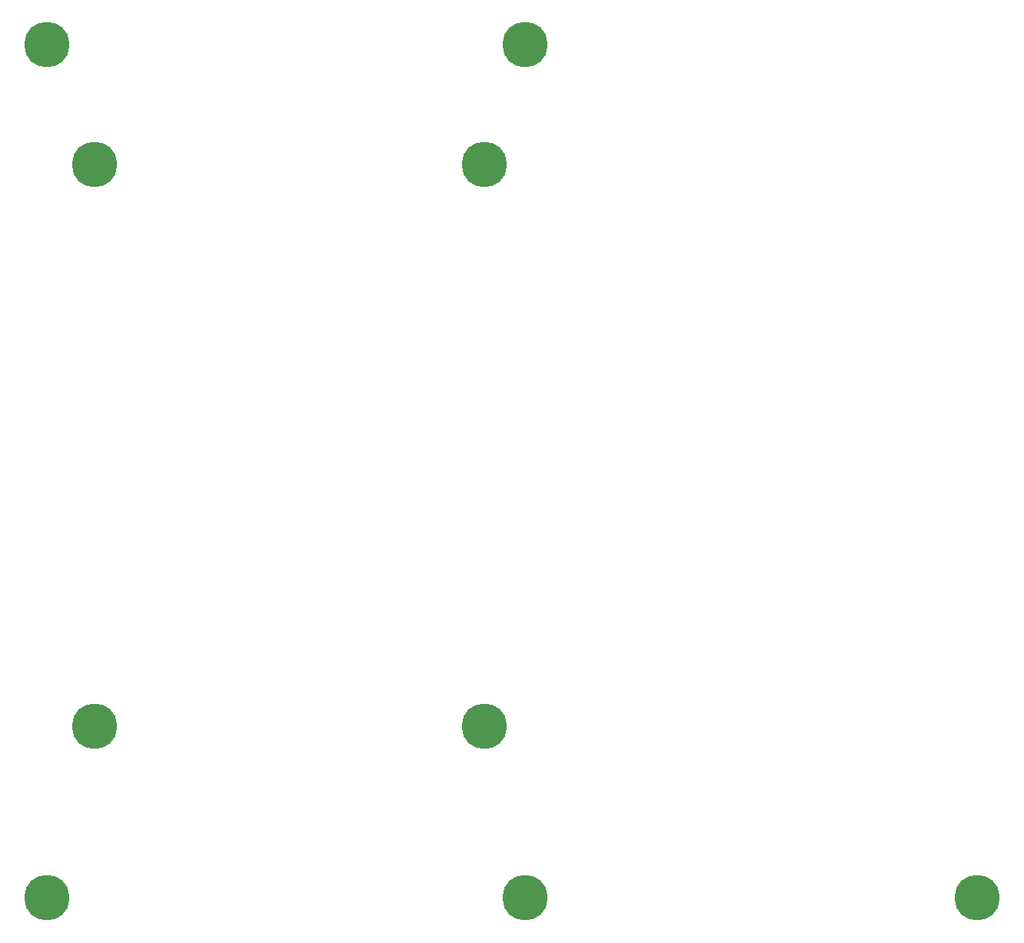
<source format=gbl>
G04 Layer: BottomLayer*
G04 EasyEDA v6.5.29, 2023-07-16 15:11:24*
G04 187f5c6779fd422f98db1b48107103c3,5a6b42c53f6a479593ecc07194224c93,10*
G04 Gerber Generator version 0.2*
G04 Scale: 100 percent, Rotated: No, Reflected: No *
G04 Dimensions in millimeters *
G04 leading zeros omitted , absolute positions ,4 integer and 5 decimal *
%FSLAX45Y45*%
%MOMM*%

%ADD10C,5.0000*%

%LPD*%
D10*
G01*
X469900Y10858500D03*
G01*
X5737199Y10858500D03*
G01*
X471271Y1460500D03*
G01*
X5737199Y1460500D03*
G01*
X5285206Y9543313D03*
G01*
X990600Y9543313D03*
G01*
X5285206Y3352800D03*
G01*
X990600Y3352800D03*
G01*
X10714888Y1461211D03*
M02*

</source>
